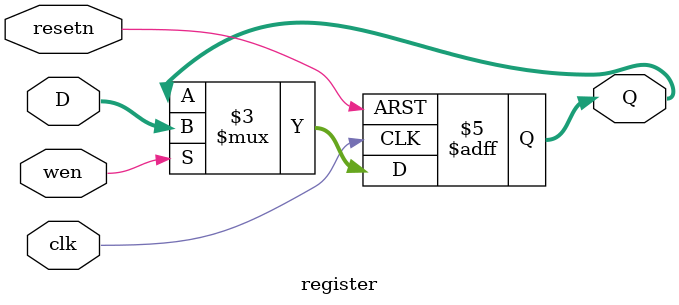
<source format=sv>
module register#(
    parameter n = 4
)(
    input logic clk,
    input logic resetn,
    input logic wen,
    input logic [n-1:0]D,
    output logic [n-1:0]Q
);

    always_ff @(posedge clk, negedge resetn) // not at positive edge of clk and no reset
    begin 
        if(!resetn) Q <= 0;
        else if(wen) Q <= D;
    end
endmodule : register
</source>
